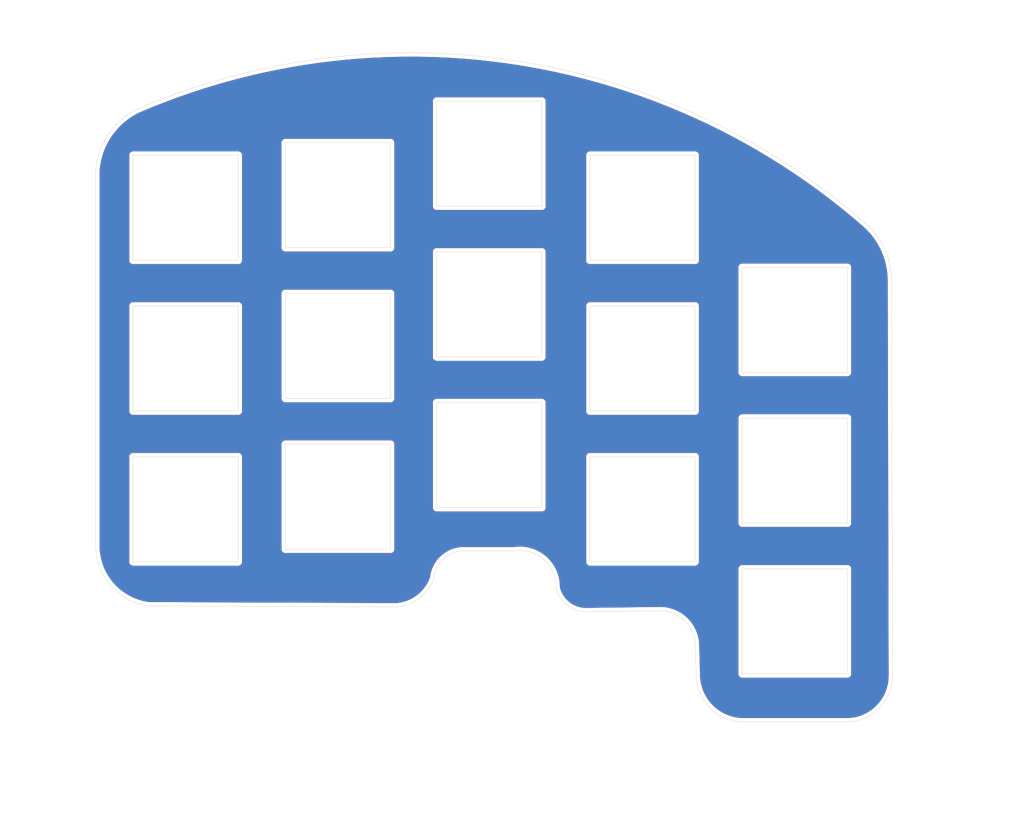
<source format=kicad_pcb>
(kicad_pcb (version 20211014) (generator pcbnew)
  (title_block (title "Vonreg Plate") (date "2022-03-19") (rev "1.0") (company "Appman"))
  (layers (0 "F.Cu" signal) (31 "B.Cu" signal) (34 "B.Paste" user) (35 "F.Paste" user) (36 "B.SilkS" user "B.Silkscreen") (37 "F.SilkS" user "F.Silkscreen") (38 "B.Mask" user) (39 "F.Mask" user) (44 "Edge.Cuts" user))
  (net 0 "")
  (gr_line (start 109.198504 60.028999) (end 95.398501 60.028999) (layer "Edge.Cuts") (width 0.05))
  (gr_line (start 115.401003 68.749001) (end 115.401003 54.948998) (layer "Edge.Cuts") (width 0.05))
  (gr_line (start 109.198504 40.216999) (end 109.198504 54.016998) (layer "Edge.Cuts") (width 0.05))
  (gr_line (start 55.393496 91.989998) (end 69.193499 91.989998) (layer "Edge.Cuts") (width 0.05))
  (gr_line (start 115.401003 88.560997) (end 129.200991 88.560997) (layer "Edge.Cuts") (width 0.05))
  (gr_line (start 95.398501 73.829002) (end 109.198504 73.829002) (layer "Edge.Cuts") (width 0.05))
  (gr_line (start 69.193499 78.190003) (end 69.193499 91.989998) (layer "Edge.Cuts") (width 0.05))
  (gr_line (start 49.191004 60.028999) (end 35.391009 60.028999) (layer "Edge.Cuts") (width 0.05))
  (gr_line (start 135.001 57.023) (end 135.127999 108.458) (layer "Edge.Cuts") (width 0.05))
  (gr_line (start 89.069003 52.917) (end 89.069003 66.717003) (layer "Edge.Cuts") (width 0.05))
  (gr_line (start 35.391009 54.016998) (end 49.191004 54.016998) (layer "Edge.Cuts") (width 0.05))
  (gr_line (start 49.191004 60.028999) (end 49.191004 73.829002) (layer "Edge.Cuts") (width 0.05))
  (gr_line (start 109.198504 79.841004) (end 109.198504 93.640999) (layer "Edge.Cuts") (width 0.05))
  (gr_line (start 37.465 99.441) (end 69.088 99.568) (layer "Edge.Cuts") (width 0.05))
  (gr_line (start 35.391009 73.829002) (end 35.391009 60.028999) (layer "Edge.Cuts") (width 0.05))
  (gr_line (start 55.393496 52.365997) (end 55.393496 38.566002) (layer "Edge.Cuts") (width 0.05))
  (gr_line (start 95.398501 54.016998) (end 109.198504 54.016998) (layer "Edge.Cuts") (width 0.05))
  (gr_line (start 95.398501 93.640999) (end 109.198504 93.640999) (layer "Edge.Cuts") (width 0.05))
  (gr_line (start 129.200991 94.572998) (end 129.200991 108.373001) (layer "Edge.Cuts") (width 0.05))
  (gr_arc (start 115.401003 114.681) (mid 111.108703 112.799787) (end 109.344706 108.458) (layer "Edge.Cuts") (width 0.05))
  (gr_line (start 115.401003 88.560997) (end 115.401003 74.761002) (layer "Edge.Cuts") (width 0.05))
  (gr_line (start 89.069003 72.729004) (end 89.069003 86.528999) (layer "Edge.Cuts") (width 0.05))
  (gr_line (start 75.268999 46.905003) (end 75.268999 33.105) (layer "Edge.Cuts") (width 0.05))
  (gr_line (start 109.344706 108.458) (end 109.22 104.267) (layer "Edge.Cuts") (width 0.05))
  (gr_line (start 75.268999 86.528999) (end 75.268999 72.729004) (layer "Edge.Cuts") (width 0.05))
  (gr_arc (start 74.882567 95.797319) (mid 72.632298 98.676954) (end 69.088 99.568) (layer "Edge.Cuts") (width 0.05))
  (gr_line (start 55.393496 52.365997) (end 69.193499 52.365997) (layer "Edge.Cuts") (width 0.05))
  (gr_line (start 69.193499 58.377998) (end 69.193499 72.178001) (layer "Edge.Cuts") (width 0.05))
  (gr_arc (start 85.471 92.202) (mid 89.325025 93.343643) (end 90.932 97.028) (layer "Edge.Cuts") (width 0.05))
  (gr_line (start 89.069003 72.729004) (end 75.268999 72.729004) (layer "Edge.Cuts") (width 0.05))
  (gr_line (start 78.613 92.202) (end 85.471 92.202) (layer "Edge.Cuts") (width 0.05))
  (gr_line (start 55.393496 91.989998) (end 55.393496 78.190003) (layer "Edge.Cuts") (width 0.05))
  (gr_line (start 35.391009 93.640999) (end 49.191004 93.640999) (layer "Edge.Cuts") (width 0.05))
  (gr_line (start 129.200991 54.948998) (end 115.401003 54.948998) (layer "Edge.Cuts") (width 0.05))
  (gr_line (start 55.393496 72.178001) (end 55.393496 58.377998) (layer "Edge.Cuts") (width 0.05))
  (gr_line (start 115.401003 68.749001) (end 129.200991 68.749001) (layer "Edge.Cuts") (width 0.05))
  (gr_line (start 115.401003 108.373001) (end 115.401003 94.572998) (layer "Edge.Cuts") (width 0.05))
  (gr_line (start 75.268999 66.717003) (end 75.268999 52.917) (layer "Edge.Cuts") (width 0.05))
  (gr_line (start 35.391009 73.829002) (end 49.191004 73.829002) (layer "Edge.Cuts") (width 0.05))
  (gr_line (start 109.198504 60.028999) (end 109.198504 73.829002) (layer "Edge.Cuts") (width 0.05))
  (gr_line (start 69.193499 38.566002) (end 55.393496 38.566002) (layer "Edge.Cuts") (width 0.05))
  (gr_line (start 55.393496 72.178001) (end 69.193499 72.178001) (layer "Edge.Cuts") (width 0.05))
  (gr_line (start 49.191004 40.216999) (end 35.391009 40.216999) (layer "Edge.Cuts") (width 0.05))
  (gr_arc (start 74.882567 95.797319) (mid 76.088599 93.315702) (end 78.613 92.202) (layer "Edge.Cuts") (width 0.05))
  (gr_line (start 109.198504 79.841004) (end 95.398501 79.841004) (layer "Edge.Cuts") (width 0.05))
  (gr_line (start 69.193499 58.377998) (end 55.393496 58.377998) (layer "Edge.Cuts") (width 0.05))
  (gr_line (start 115.401003 108.373001) (end 129.200991 108.373001) (layer "Edge.Cuts") (width 0.05))
  (gr_line (start 95.398501 93.640999) (end 95.398501 79.841004) (layer "Edge.Cuts") (width 0.05))
  (gr_line (start 35.391009 93.640999) (end 35.391009 79.841004) (layer "Edge.Cuts") (width 0.05))
  (gr_line (start 89.069003 52.917) (end 75.268999 52.917) (layer "Edge.Cuts") (width 0.05))
  (gr_line (start 129.200991 74.761002) (end 129.200991 88.560997) (layer "Edge.Cuts") (width 0.05))
  (gr_line (start 129.200991 94.572998) (end 115.401003 94.572998) (layer "Edge.Cuts") (width 0.05))
  (gr_line (start 49.191004 79.841004) (end 49.191004 93.640999) (layer "Edge.Cuts") (width 0.05))
  (gr_line (start 75.268999 46.905003) (end 89.069003 46.905003) (layer "Edge.Cuts") (width 0.05))
  (gr_line (start 129.200991 54.948998) (end 129.200991 68.749001) (layer "Edge.Cuts") (width 0.05))
  (gr_line (start 89.069003 33.105) (end 75.268999 33.105) (layer "Edge.Cuts") (width 0.05))
  (gr_line (start 69.193499 78.190003) (end 55.393496 78.190003) (layer "Edge.Cuts") (width 0.05))
  (gr_arc (start 135.127999 108.458) (mid 133.312765 112.957016) (end 128.778 114.681) (layer "Edge.Cuts") (width 0.05))
  (gr_line (start 75.268999 86.528999) (end 89.069003 86.528999) (layer "Edge.Cuts") (width 0.05))
  (gr_line (start 129.200991 74.761002) (end 115.401003 74.761002) (layer "Edge.Cuts") (width 0.05))
  (gr_arc (start 94.996 100.203) (mid 92.387855 99.352965) (end 90.932 97.028) (layer "Edge.Cuts") (width 0.05))
  (gr_line (start 69.193499 38.566002) (end 69.193499 52.365997) (layer "Edge.Cuts") (width 0.05))
  (gr_line (start 89.069003 33.105) (end 89.069003 46.905003) (layer "Edge.Cuts") (width 0.05))
  (gr_arc (start 104.521 100.076) (mid 107.685836 101.257336) (end 109.22 104.267) (layer "Edge.Cuts") (width 0.05))
  (gr_arc (start 37.465 99.441) (mid 32.488975 96.82003) (end 30.48 91.567) (layer "Edge.Cuts") (width 0.05))
  (gr_arc (start 131.572 49.149) (mid 134.171618 52.700545) (end 135.001 57.023) (layer "Edge.Cuts") (width 0.05))
  (gr_line (start 95.398501 54.016998) (end 95.398501 40.216999) (layer "Edge.Cuts") (width 0.05))
  (gr_arc (start 35.941 34.163) (mid 85.936452 27.852918) (end 131.572 49.149) (layer "Edge.Cuts") (width 0.05))
  (gr_line (start 95.398501 73.829002) (end 95.398501 60.028999) (layer "Edge.Cuts") (width 0.05))
  (gr_line (start 30.48 42.291) (end 30.48 91.567) (layer "Edge.Cuts") (width 0.05))
  (gr_line (start 94.996 100.203) (end 104.521 100.076) (layer "Edge.Cuts") (width 0.05))
  (gr_line (start 49.191004 40.216999) (end 49.191004 54.016998) (layer "Edge.Cuts") (width 0.05))
  (gr_line (start 109.198504 40.216999) (end 95.398501 40.216999) (layer "Edge.Cuts") (width 0.05))
  (gr_line (start 75.268999 66.717003) (end 89.069003 66.717003) (layer "Edge.Cuts") (width 0.05))
  (gr_arc (start 30.48 42.291) (mid 32.117864 37.492885) (end 35.941 34.163) (layer "Edge.Cuts") (width 0.05))
  (gr_line (start 49.191004 79.841004) (end 35.391009 79.841004) (layer "Edge.Cuts") (width 0.05))
  (gr_line (start 35.391009 54.016998) (end 35.391009 40.216999) (layer "Edge.Cuts") (width 0.05))
  (gr_line (start 115.401003 114.681) (end 128.778 114.681) (layer "Edge.Cuts") (width 0.05))
  (zone (net 0) (net_name "") (layer "F.Cu") (connect_pads (clearance 0.508)) (min_thickness 0.254) (fill yes (thermal_gap 0.508) (thermal_bridge_width 0.508))
    (polygon (pts (xy 149.225 23.241) (xy 148.082 127.889) (xy 21.844 129.921) (xy 22.733 19.812)))
  )
  (zone (net 0) (net_name "") (layer "B.Cu") (connect_pads (clearance 0.508)) (min_thickness 0.254) (fill yes (thermal_gap 0.508) (thermal_bridge_width 0.508))
    (polygon (pts (xy 152.4 22.987) (xy 151.13 128.778) (xy 22.733 117.856) (xy 17.907 21.209)))
  )
)
</source>
